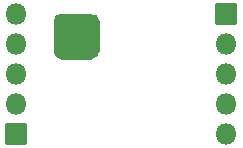
<source format=gbr>
%TF.GenerationSoftware,KiCad,Pcbnew,7.0.9*%
%TF.CreationDate,2024-01-07T19:57:38+00:00*%
%TF.ProjectId,INA381 Breakout,494e4133-3831-4204-9272-65616b6f7574,V24.01.0.1*%
%TF.SameCoordinates,PX8841978PY54c5a90*%
%TF.FileFunction,Soldermask,Bot*%
%TF.FilePolarity,Negative*%
%FSLAX46Y46*%
G04 Gerber Fmt 4.6, Leading zero omitted, Abs format (unit mm)*
G04 Created by KiCad (PCBNEW 7.0.9) date 2024-01-07 19:57:38*
%MOMM*%
%LPD*%
G01*
G04 APERTURE LIST*
G04 Aperture macros list*
%AMRoundRect*
0 Rectangle with rounded corners*
0 $1 Rounding radius*
0 $2 $3 $4 $5 $6 $7 $8 $9 X,Y pos of 4 corners*
0 Add a 4 corners polygon primitive as box body*
4,1,4,$2,$3,$4,$5,$6,$7,$8,$9,$2,$3,0*
0 Add four circle primitives for the rounded corners*
1,1,$1+$1,$2,$3*
1,1,$1+$1,$4,$5*
1,1,$1+$1,$6,$7*
1,1,$1+$1,$8,$9*
0 Add four rect primitives between the rounded corners*
20,1,$1+$1,$2,$3,$4,$5,0*
20,1,$1+$1,$4,$5,$6,$7,0*
20,1,$1+$1,$6,$7,$8,$9,0*
20,1,$1+$1,$8,$9,$2,$3,0*%
G04 Aperture macros list end*
%ADD10C,0.635500*%
%ADD11C,0.001000*%
%ADD12RoundRect,0.050000X0.850000X0.850000X-0.850000X0.850000X-0.850000X-0.850000X0.850000X-0.850000X0*%
%ADD13O,1.800000X1.800000*%
%ADD14RoundRect,0.050000X-0.850000X-0.850000X0.850000X-0.850000X0.850000X0.850000X-0.850000X0.850000X0*%
G04 APERTURE END LIST*
%TO.C,REF\u002A\u002A*%
D10*
X6667750Y1905000D02*
G75*
G03*
X6667750Y1905000I-317750J0D01*
G01*
X6667750Y4445000D02*
G75*
G03*
X6667750Y4445000I-317750J0D01*
G01*
X4127750Y1905000D02*
G75*
G03*
X4127750Y1905000I-317750J0D01*
G01*
X4127750Y4445000D02*
G75*
G03*
X4127750Y4445000I-317750J0D01*
G01*
D11*
X6985000Y4445000D02*
X6985000Y1905000D01*
X6350000Y1270000D01*
X3810000Y1270000D01*
X3175000Y1905000D01*
X3175000Y4445000D01*
X3810000Y5080000D01*
X6350000Y5080000D01*
X6985000Y4445000D01*
G36*
X6985000Y4445000D02*
G01*
X6985000Y1905000D01*
X6350000Y1270000D01*
X3810000Y1270000D01*
X3175000Y1905000D01*
X3175000Y4445000D01*
X3810000Y5080000D01*
X6350000Y5080000D01*
X6985000Y4445000D01*
G37*
%TD*%
D12*
%TO.C,J1*%
X17780000Y5080000D03*
D13*
X17780000Y2540000D03*
X17780000Y0D03*
X17780000Y-2540000D03*
X17780000Y-5080000D03*
%TD*%
D14*
%TO.C,J2*%
X0Y-5080000D03*
D13*
X0Y-2540000D03*
X0Y0D03*
X0Y2540000D03*
X0Y5080000D03*
%TD*%
M02*

</source>
